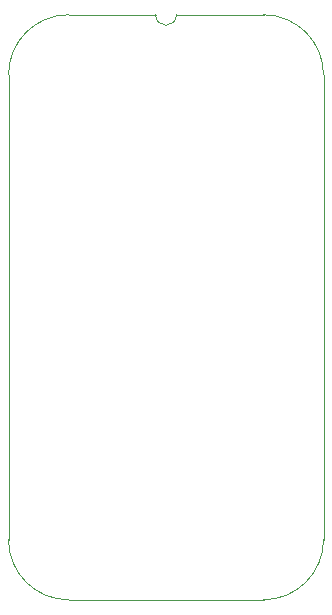
<source format=gm1>
%TF.GenerationSoftware,KiCad,Pcbnew,7.0.5*%
%TF.CreationDate,2024-02-19T14:38:08+02:00*%
%TF.ProjectId,PS2 Timing,50533220-5469-46d6-996e-672e6b696361,V1*%
%TF.SameCoordinates,PX6d01460PY32de760*%
%TF.FileFunction,Profile,NP*%
%FSLAX46Y46*%
G04 Gerber Fmt 4.6, Leading zero omitted, Abs format (unit mm)*
G04 Created by KiCad (PCBNEW 7.0.5) date 2024-02-19 14:38:08*
%MOMM*%
%LPD*%
G01*
G04 APERTURE LIST*
%TA.AperFunction,Profile*%
%ADD10C,0.100000*%
%TD*%
G04 APERTURE END LIST*
D10*
%TO.C,J2*%
X-1905000Y635000D02*
X-1905000Y-38735000D01*
X10541000Y5715000D02*
X3175000Y5715000D01*
X19685000Y5715000D02*
X12319000Y5715000D01*
X19685000Y-43815000D02*
X3175000Y-43815000D01*
X24765000Y-38735000D02*
X24765000Y635000D01*
X3175000Y5715000D02*
G75*
G03*
X-1905000Y635000I2J-5080002D01*
G01*
X-1905000Y-38735000D02*
G75*
G03*
X3175000Y-43815000I5080000J0D01*
G01*
X10541000Y5715000D02*
G75*
G03*
X12319000Y5715000I889000J0D01*
G01*
X24765000Y635000D02*
G75*
G03*
X19685000Y5715000I-5080000J0D01*
G01*
X19685000Y-43815000D02*
G75*
G03*
X24765000Y-38735000I0J5080000D01*
G01*
%TD*%
M02*

</source>
